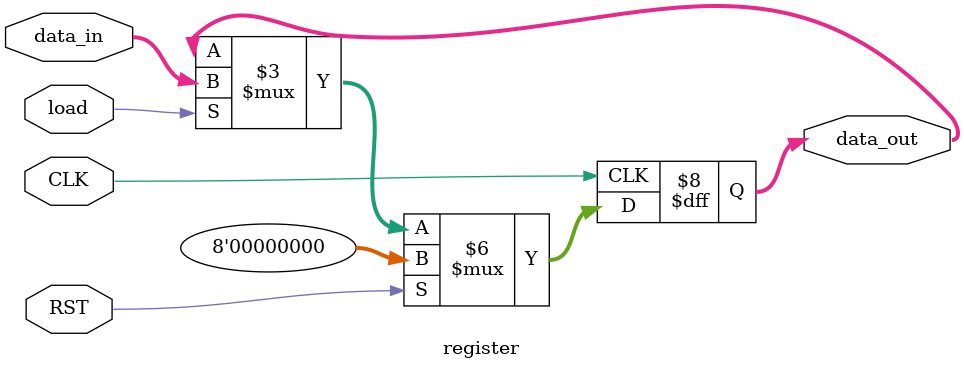
<source format=v>
module register #(parameter WIDTH = 8)

(
   input wire [WIDTH-1:0] data_in,
   input wire load,CLK,RST,
   output reg [WIDTH-1:0] data_out

);

always @(posedge CLK)
   begin
    if(RST) begin
          data_out <= 'b0;
    end 
    else if (load) begin 
          data_out <= data_in ; 
    end       
    else begin
          data_out <= data_out ;  
    end       

   end 

endmodule

</source>
